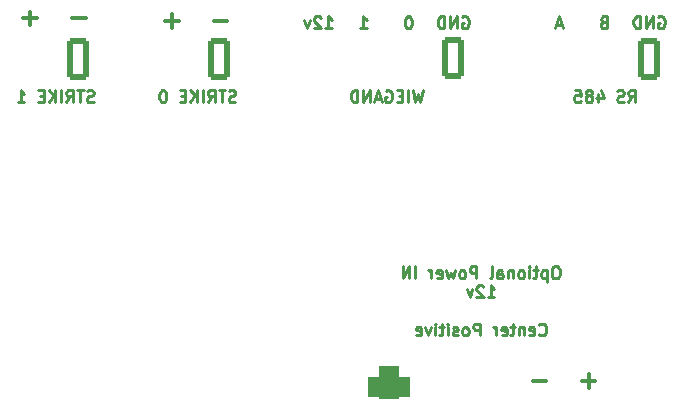
<source format=gbr>
%TF.GenerationSoftware,KiCad,Pcbnew,8.0.5*%
%TF.CreationDate,2024-11-24T08:54:10-05:00*%
%TF.ProjectId,wesp_card_access,77657370-5f63-4617-9264-5f6163636573,rev?*%
%TF.SameCoordinates,Original*%
%TF.FileFunction,Legend,Bot*%
%TF.FilePolarity,Positive*%
%FSLAX46Y46*%
G04 Gerber Fmt 4.6, Leading zero omitted, Abs format (unit mm)*
G04 Created by KiCad (PCBNEW 8.0.5) date 2024-11-24 08:54:10*
%MOMM*%
%LPD*%
G01*
G04 APERTURE LIST*
G04 Aperture macros list*
%AMRoundRect*
0 Rectangle with rounded corners*
0 $1 Rounding radius*
0 $2 $3 $4 $5 $6 $7 $8 $9 X,Y pos of 4 corners*
0 Add a 4 corners polygon primitive as box body*
4,1,4,$2,$3,$4,$5,$6,$7,$8,$9,$2,$3,0*
0 Add four circle primitives for the rounded corners*
1,1,$1+$1,$2,$3*
1,1,$1+$1,$4,$5*
1,1,$1+$1,$6,$7*
1,1,$1+$1,$8,$9*
0 Add four rect primitives between the rounded corners*
20,1,$1+$1,$2,$3,$4,$5,0*
20,1,$1+$1,$4,$5,$6,$7,0*
20,1,$1+$1,$6,$7,$8,$9,0*
20,1,$1+$1,$8,$9,$2,$3,0*%
G04 Aperture macros list end*
%ADD10C,0.250000*%
%ADD11C,0.300000*%
%ADD12RoundRect,0.250000X-0.650000X-1.550000X0.650000X-1.550000X0.650000X1.550000X-0.650000X1.550000X0*%
%ADD13O,1.800000X3.600000*%
%ADD14R,3.500000X3.500000*%
%ADD15RoundRect,0.750000X1.000000X-0.750000X1.000000X0.750000X-1.000000X0.750000X-1.000000X-0.750000X0*%
%ADD16RoundRect,0.875000X0.875000X-0.875000X0.875000X0.875000X-0.875000X0.875000X-0.875000X-0.875000X0*%
%ADD17R,1.700000X1.700000*%
%ADD18O,1.700000X1.700000*%
%ADD19C,6.700000*%
%ADD20RoundRect,0.250000X0.650000X1.550000X-0.650000X1.550000X-0.650000X-1.550000X0.650000X-1.550000X0*%
G04 APERTURE END LIST*
D10*
X149421904Y-80662238D02*
X149517142Y-80614619D01*
X149517142Y-80614619D02*
X149659999Y-80614619D01*
X149659999Y-80614619D02*
X149802856Y-80662238D01*
X149802856Y-80662238D02*
X149898094Y-80757476D01*
X149898094Y-80757476D02*
X149945713Y-80852714D01*
X149945713Y-80852714D02*
X149993332Y-81043190D01*
X149993332Y-81043190D02*
X149993332Y-81186047D01*
X149993332Y-81186047D02*
X149945713Y-81376523D01*
X149945713Y-81376523D02*
X149898094Y-81471761D01*
X149898094Y-81471761D02*
X149802856Y-81567000D01*
X149802856Y-81567000D02*
X149659999Y-81614619D01*
X149659999Y-81614619D02*
X149564761Y-81614619D01*
X149564761Y-81614619D02*
X149421904Y-81567000D01*
X149421904Y-81567000D02*
X149374285Y-81519380D01*
X149374285Y-81519380D02*
X149374285Y-81186047D01*
X149374285Y-81186047D02*
X149564761Y-81186047D01*
X148945713Y-81614619D02*
X148945713Y-80614619D01*
X148945713Y-80614619D02*
X148374285Y-81614619D01*
X148374285Y-81614619D02*
X148374285Y-80614619D01*
X147898094Y-81614619D02*
X147898094Y-80614619D01*
X147898094Y-80614619D02*
X147659999Y-80614619D01*
X147659999Y-80614619D02*
X147517142Y-80662238D01*
X147517142Y-80662238D02*
X147421904Y-80757476D01*
X147421904Y-80757476D02*
X147374285Y-80852714D01*
X147374285Y-80852714D02*
X147326666Y-81043190D01*
X147326666Y-81043190D02*
X147326666Y-81186047D01*
X147326666Y-81186047D02*
X147374285Y-81376523D01*
X147374285Y-81376523D02*
X147421904Y-81471761D01*
X147421904Y-81471761D02*
X147517142Y-81567000D01*
X147517142Y-81567000D02*
X147659999Y-81614619D01*
X147659999Y-81614619D02*
X147898094Y-81614619D01*
X118214285Y-87817000D02*
X118071428Y-87864619D01*
X118071428Y-87864619D02*
X117833333Y-87864619D01*
X117833333Y-87864619D02*
X117738095Y-87817000D01*
X117738095Y-87817000D02*
X117690476Y-87769380D01*
X117690476Y-87769380D02*
X117642857Y-87674142D01*
X117642857Y-87674142D02*
X117642857Y-87578904D01*
X117642857Y-87578904D02*
X117690476Y-87483666D01*
X117690476Y-87483666D02*
X117738095Y-87436047D01*
X117738095Y-87436047D02*
X117833333Y-87388428D01*
X117833333Y-87388428D02*
X118023809Y-87340809D01*
X118023809Y-87340809D02*
X118119047Y-87293190D01*
X118119047Y-87293190D02*
X118166666Y-87245571D01*
X118166666Y-87245571D02*
X118214285Y-87150333D01*
X118214285Y-87150333D02*
X118214285Y-87055095D01*
X118214285Y-87055095D02*
X118166666Y-86959857D01*
X118166666Y-86959857D02*
X118119047Y-86912238D01*
X118119047Y-86912238D02*
X118023809Y-86864619D01*
X118023809Y-86864619D02*
X117785714Y-86864619D01*
X117785714Y-86864619D02*
X117642857Y-86912238D01*
X117357142Y-86864619D02*
X116785714Y-86864619D01*
X117071428Y-87864619D02*
X117071428Y-86864619D01*
X115880952Y-87864619D02*
X116214285Y-87388428D01*
X116452380Y-87864619D02*
X116452380Y-86864619D01*
X116452380Y-86864619D02*
X116071428Y-86864619D01*
X116071428Y-86864619D02*
X115976190Y-86912238D01*
X115976190Y-86912238D02*
X115928571Y-86959857D01*
X115928571Y-86959857D02*
X115880952Y-87055095D01*
X115880952Y-87055095D02*
X115880952Y-87197952D01*
X115880952Y-87197952D02*
X115928571Y-87293190D01*
X115928571Y-87293190D02*
X115976190Y-87340809D01*
X115976190Y-87340809D02*
X116071428Y-87388428D01*
X116071428Y-87388428D02*
X116452380Y-87388428D01*
X115452380Y-87864619D02*
X115452380Y-86864619D01*
X114976190Y-87864619D02*
X114976190Y-86864619D01*
X114404762Y-87864619D02*
X114833333Y-87293190D01*
X114404762Y-86864619D02*
X114976190Y-87436047D01*
X113976190Y-87340809D02*
X113642857Y-87340809D01*
X113500000Y-87864619D02*
X113976190Y-87864619D01*
X113976190Y-87864619D02*
X113976190Y-86864619D01*
X113976190Y-86864619D02*
X113500000Y-86864619D01*
X111785714Y-87864619D02*
X112357142Y-87864619D01*
X112071428Y-87864619D02*
X112071428Y-86864619D01*
X112071428Y-86864619D02*
X112166666Y-87007476D01*
X112166666Y-87007476D02*
X112261904Y-87102714D01*
X112261904Y-87102714D02*
X112357142Y-87150333D01*
X146071427Y-86864619D02*
X145833332Y-87864619D01*
X145833332Y-87864619D02*
X145642856Y-87150333D01*
X145642856Y-87150333D02*
X145452380Y-87864619D01*
X145452380Y-87864619D02*
X145214285Y-86864619D01*
X144833332Y-87864619D02*
X144833332Y-86864619D01*
X144357142Y-87340809D02*
X144023809Y-87340809D01*
X143880952Y-87864619D02*
X144357142Y-87864619D01*
X144357142Y-87864619D02*
X144357142Y-86864619D01*
X144357142Y-86864619D02*
X143880952Y-86864619D01*
X142928571Y-86912238D02*
X143023809Y-86864619D01*
X143023809Y-86864619D02*
X143166666Y-86864619D01*
X143166666Y-86864619D02*
X143309523Y-86912238D01*
X143309523Y-86912238D02*
X143404761Y-87007476D01*
X143404761Y-87007476D02*
X143452380Y-87102714D01*
X143452380Y-87102714D02*
X143499999Y-87293190D01*
X143499999Y-87293190D02*
X143499999Y-87436047D01*
X143499999Y-87436047D02*
X143452380Y-87626523D01*
X143452380Y-87626523D02*
X143404761Y-87721761D01*
X143404761Y-87721761D02*
X143309523Y-87817000D01*
X143309523Y-87817000D02*
X143166666Y-87864619D01*
X143166666Y-87864619D02*
X143071428Y-87864619D01*
X143071428Y-87864619D02*
X142928571Y-87817000D01*
X142928571Y-87817000D02*
X142880952Y-87769380D01*
X142880952Y-87769380D02*
X142880952Y-87436047D01*
X142880952Y-87436047D02*
X143071428Y-87436047D01*
X142499999Y-87578904D02*
X142023809Y-87578904D01*
X142595237Y-87864619D02*
X142261904Y-86864619D01*
X142261904Y-86864619D02*
X141928571Y-87864619D01*
X141595237Y-87864619D02*
X141595237Y-86864619D01*
X141595237Y-86864619D02*
X141023809Y-87864619D01*
X141023809Y-87864619D02*
X141023809Y-86864619D01*
X140547618Y-87864619D02*
X140547618Y-86864619D01*
X140547618Y-86864619D02*
X140309523Y-86864619D01*
X140309523Y-86864619D02*
X140166666Y-86912238D01*
X140166666Y-86912238D02*
X140071428Y-87007476D01*
X140071428Y-87007476D02*
X140023809Y-87102714D01*
X140023809Y-87102714D02*
X139976190Y-87293190D01*
X139976190Y-87293190D02*
X139976190Y-87436047D01*
X139976190Y-87436047D02*
X140023809Y-87626523D01*
X140023809Y-87626523D02*
X140071428Y-87721761D01*
X140071428Y-87721761D02*
X140166666Y-87817000D01*
X140166666Y-87817000D02*
X140309523Y-87864619D01*
X140309523Y-87864619D02*
X140547618Y-87864619D01*
X166011904Y-80662238D02*
X166107142Y-80614619D01*
X166107142Y-80614619D02*
X166249999Y-80614619D01*
X166249999Y-80614619D02*
X166392856Y-80662238D01*
X166392856Y-80662238D02*
X166488094Y-80757476D01*
X166488094Y-80757476D02*
X166535713Y-80852714D01*
X166535713Y-80852714D02*
X166583332Y-81043190D01*
X166583332Y-81043190D02*
X166583332Y-81186047D01*
X166583332Y-81186047D02*
X166535713Y-81376523D01*
X166535713Y-81376523D02*
X166488094Y-81471761D01*
X166488094Y-81471761D02*
X166392856Y-81567000D01*
X166392856Y-81567000D02*
X166249999Y-81614619D01*
X166249999Y-81614619D02*
X166154761Y-81614619D01*
X166154761Y-81614619D02*
X166011904Y-81567000D01*
X166011904Y-81567000D02*
X165964285Y-81519380D01*
X165964285Y-81519380D02*
X165964285Y-81186047D01*
X165964285Y-81186047D02*
X166154761Y-81186047D01*
X165535713Y-81614619D02*
X165535713Y-80614619D01*
X165535713Y-80614619D02*
X164964285Y-81614619D01*
X164964285Y-81614619D02*
X164964285Y-80614619D01*
X164488094Y-81614619D02*
X164488094Y-80614619D01*
X164488094Y-80614619D02*
X164249999Y-80614619D01*
X164249999Y-80614619D02*
X164107142Y-80662238D01*
X164107142Y-80662238D02*
X164011904Y-80757476D01*
X164011904Y-80757476D02*
X163964285Y-80852714D01*
X163964285Y-80852714D02*
X163916666Y-81043190D01*
X163916666Y-81043190D02*
X163916666Y-81186047D01*
X163916666Y-81186047D02*
X163964285Y-81376523D01*
X163964285Y-81376523D02*
X164011904Y-81471761D01*
X164011904Y-81471761D02*
X164107142Y-81567000D01*
X164107142Y-81567000D02*
X164249999Y-81614619D01*
X164249999Y-81614619D02*
X164488094Y-81614619D01*
X161368571Y-81090809D02*
X161225714Y-81138428D01*
X161225714Y-81138428D02*
X161178095Y-81186047D01*
X161178095Y-81186047D02*
X161130476Y-81281285D01*
X161130476Y-81281285D02*
X161130476Y-81424142D01*
X161130476Y-81424142D02*
X161178095Y-81519380D01*
X161178095Y-81519380D02*
X161225714Y-81567000D01*
X161225714Y-81567000D02*
X161320952Y-81614619D01*
X161320952Y-81614619D02*
X161701904Y-81614619D01*
X161701904Y-81614619D02*
X161701904Y-80614619D01*
X161701904Y-80614619D02*
X161368571Y-80614619D01*
X161368571Y-80614619D02*
X161273333Y-80662238D01*
X161273333Y-80662238D02*
X161225714Y-80709857D01*
X161225714Y-80709857D02*
X161178095Y-80805095D01*
X161178095Y-80805095D02*
X161178095Y-80900333D01*
X161178095Y-80900333D02*
X161225714Y-80995571D01*
X161225714Y-80995571D02*
X161273333Y-81043190D01*
X161273333Y-81043190D02*
X161368571Y-81090809D01*
X161368571Y-81090809D02*
X161701904Y-81090809D01*
X144897618Y-80614619D02*
X144802380Y-80614619D01*
X144802380Y-80614619D02*
X144707142Y-80662238D01*
X144707142Y-80662238D02*
X144659523Y-80709857D01*
X144659523Y-80709857D02*
X144611904Y-80805095D01*
X144611904Y-80805095D02*
X144564285Y-80995571D01*
X144564285Y-80995571D02*
X144564285Y-81233666D01*
X144564285Y-81233666D02*
X144611904Y-81424142D01*
X144611904Y-81424142D02*
X144659523Y-81519380D01*
X144659523Y-81519380D02*
X144707142Y-81567000D01*
X144707142Y-81567000D02*
X144802380Y-81614619D01*
X144802380Y-81614619D02*
X144897618Y-81614619D01*
X144897618Y-81614619D02*
X144992856Y-81567000D01*
X144992856Y-81567000D02*
X145040475Y-81519380D01*
X145040475Y-81519380D02*
X145088094Y-81424142D01*
X145088094Y-81424142D02*
X145135713Y-81233666D01*
X145135713Y-81233666D02*
X145135713Y-80995571D01*
X145135713Y-80995571D02*
X145088094Y-80805095D01*
X145088094Y-80805095D02*
X145040475Y-80709857D01*
X145040475Y-80709857D02*
X144992856Y-80662238D01*
X144992856Y-80662238D02*
X144897618Y-80614619D01*
D11*
X124254510Y-81020600D02*
X125397368Y-81020600D01*
X124825939Y-80449171D02*
X124825939Y-81592028D01*
X128397367Y-81020600D02*
X129540225Y-81020600D01*
D10*
X137801428Y-81614619D02*
X138372856Y-81614619D01*
X138087142Y-81614619D02*
X138087142Y-80614619D01*
X138087142Y-80614619D02*
X138182380Y-80757476D01*
X138182380Y-80757476D02*
X138277618Y-80852714D01*
X138277618Y-80852714D02*
X138372856Y-80900333D01*
X137420475Y-80709857D02*
X137372856Y-80662238D01*
X137372856Y-80662238D02*
X137277618Y-80614619D01*
X137277618Y-80614619D02*
X137039523Y-80614619D01*
X137039523Y-80614619D02*
X136944285Y-80662238D01*
X136944285Y-80662238D02*
X136896666Y-80709857D01*
X136896666Y-80709857D02*
X136849047Y-80805095D01*
X136849047Y-80805095D02*
X136849047Y-80900333D01*
X136849047Y-80900333D02*
X136896666Y-81043190D01*
X136896666Y-81043190D02*
X137468094Y-81614619D01*
X137468094Y-81614619D02*
X136849047Y-81614619D01*
X136515713Y-80947952D02*
X136277618Y-81614619D01*
X136277618Y-81614619D02*
X136039523Y-80947952D01*
X130214285Y-87817000D02*
X130071428Y-87864619D01*
X130071428Y-87864619D02*
X129833333Y-87864619D01*
X129833333Y-87864619D02*
X129738095Y-87817000D01*
X129738095Y-87817000D02*
X129690476Y-87769380D01*
X129690476Y-87769380D02*
X129642857Y-87674142D01*
X129642857Y-87674142D02*
X129642857Y-87578904D01*
X129642857Y-87578904D02*
X129690476Y-87483666D01*
X129690476Y-87483666D02*
X129738095Y-87436047D01*
X129738095Y-87436047D02*
X129833333Y-87388428D01*
X129833333Y-87388428D02*
X130023809Y-87340809D01*
X130023809Y-87340809D02*
X130119047Y-87293190D01*
X130119047Y-87293190D02*
X130166666Y-87245571D01*
X130166666Y-87245571D02*
X130214285Y-87150333D01*
X130214285Y-87150333D02*
X130214285Y-87055095D01*
X130214285Y-87055095D02*
X130166666Y-86959857D01*
X130166666Y-86959857D02*
X130119047Y-86912238D01*
X130119047Y-86912238D02*
X130023809Y-86864619D01*
X130023809Y-86864619D02*
X129785714Y-86864619D01*
X129785714Y-86864619D02*
X129642857Y-86912238D01*
X129357142Y-86864619D02*
X128785714Y-86864619D01*
X129071428Y-87864619D02*
X129071428Y-86864619D01*
X127880952Y-87864619D02*
X128214285Y-87388428D01*
X128452380Y-87864619D02*
X128452380Y-86864619D01*
X128452380Y-86864619D02*
X128071428Y-86864619D01*
X128071428Y-86864619D02*
X127976190Y-86912238D01*
X127976190Y-86912238D02*
X127928571Y-86959857D01*
X127928571Y-86959857D02*
X127880952Y-87055095D01*
X127880952Y-87055095D02*
X127880952Y-87197952D01*
X127880952Y-87197952D02*
X127928571Y-87293190D01*
X127928571Y-87293190D02*
X127976190Y-87340809D01*
X127976190Y-87340809D02*
X128071428Y-87388428D01*
X128071428Y-87388428D02*
X128452380Y-87388428D01*
X127452380Y-87864619D02*
X127452380Y-86864619D01*
X126976190Y-87864619D02*
X126976190Y-86864619D01*
X126404762Y-87864619D02*
X126833333Y-87293190D01*
X126404762Y-86864619D02*
X126976190Y-87436047D01*
X125976190Y-87340809D02*
X125642857Y-87340809D01*
X125500000Y-87864619D02*
X125976190Y-87864619D01*
X125976190Y-87864619D02*
X125976190Y-86864619D01*
X125976190Y-86864619D02*
X125500000Y-86864619D01*
X124119047Y-86864619D02*
X124023809Y-86864619D01*
X124023809Y-86864619D02*
X123928571Y-86912238D01*
X123928571Y-86912238D02*
X123880952Y-86959857D01*
X123880952Y-86959857D02*
X123833333Y-87055095D01*
X123833333Y-87055095D02*
X123785714Y-87245571D01*
X123785714Y-87245571D02*
X123785714Y-87483666D01*
X123785714Y-87483666D02*
X123833333Y-87674142D01*
X123833333Y-87674142D02*
X123880952Y-87769380D01*
X123880952Y-87769380D02*
X123928571Y-87817000D01*
X123928571Y-87817000D02*
X124023809Y-87864619D01*
X124023809Y-87864619D02*
X124119047Y-87864619D01*
X124119047Y-87864619D02*
X124214285Y-87817000D01*
X124214285Y-87817000D02*
X124261904Y-87769380D01*
X124261904Y-87769380D02*
X124309523Y-87674142D01*
X124309523Y-87674142D02*
X124357142Y-87483666D01*
X124357142Y-87483666D02*
X124357142Y-87245571D01*
X124357142Y-87245571D02*
X124309523Y-87055095D01*
X124309523Y-87055095D02*
X124261904Y-86959857D01*
X124261904Y-86959857D02*
X124214285Y-86912238D01*
X124214285Y-86912238D02*
X124119047Y-86864619D01*
X157868094Y-81328904D02*
X157391904Y-81328904D01*
X157963332Y-81614619D02*
X157629999Y-80614619D01*
X157629999Y-80614619D02*
X157296666Y-81614619D01*
X157428571Y-101784787D02*
X157238095Y-101784787D01*
X157238095Y-101784787D02*
X157142857Y-101832406D01*
X157142857Y-101832406D02*
X157047619Y-101927644D01*
X157047619Y-101927644D02*
X157000000Y-102118120D01*
X157000000Y-102118120D02*
X157000000Y-102451453D01*
X157000000Y-102451453D02*
X157047619Y-102641929D01*
X157047619Y-102641929D02*
X157142857Y-102737168D01*
X157142857Y-102737168D02*
X157238095Y-102784787D01*
X157238095Y-102784787D02*
X157428571Y-102784787D01*
X157428571Y-102784787D02*
X157523809Y-102737168D01*
X157523809Y-102737168D02*
X157619047Y-102641929D01*
X157619047Y-102641929D02*
X157666666Y-102451453D01*
X157666666Y-102451453D02*
X157666666Y-102118120D01*
X157666666Y-102118120D02*
X157619047Y-101927644D01*
X157619047Y-101927644D02*
X157523809Y-101832406D01*
X157523809Y-101832406D02*
X157428571Y-101784787D01*
X156571428Y-102118120D02*
X156571428Y-103118120D01*
X156571428Y-102165739D02*
X156476190Y-102118120D01*
X156476190Y-102118120D02*
X156285714Y-102118120D01*
X156285714Y-102118120D02*
X156190476Y-102165739D01*
X156190476Y-102165739D02*
X156142857Y-102213358D01*
X156142857Y-102213358D02*
X156095238Y-102308596D01*
X156095238Y-102308596D02*
X156095238Y-102594310D01*
X156095238Y-102594310D02*
X156142857Y-102689548D01*
X156142857Y-102689548D02*
X156190476Y-102737168D01*
X156190476Y-102737168D02*
X156285714Y-102784787D01*
X156285714Y-102784787D02*
X156476190Y-102784787D01*
X156476190Y-102784787D02*
X156571428Y-102737168D01*
X155809523Y-102118120D02*
X155428571Y-102118120D01*
X155666666Y-101784787D02*
X155666666Y-102641929D01*
X155666666Y-102641929D02*
X155619047Y-102737168D01*
X155619047Y-102737168D02*
X155523809Y-102784787D01*
X155523809Y-102784787D02*
X155428571Y-102784787D01*
X155095237Y-102784787D02*
X155095237Y-102118120D01*
X155095237Y-101784787D02*
X155142856Y-101832406D01*
X155142856Y-101832406D02*
X155095237Y-101880025D01*
X155095237Y-101880025D02*
X155047618Y-101832406D01*
X155047618Y-101832406D02*
X155095237Y-101784787D01*
X155095237Y-101784787D02*
X155095237Y-101880025D01*
X154476190Y-102784787D02*
X154571428Y-102737168D01*
X154571428Y-102737168D02*
X154619047Y-102689548D01*
X154619047Y-102689548D02*
X154666666Y-102594310D01*
X154666666Y-102594310D02*
X154666666Y-102308596D01*
X154666666Y-102308596D02*
X154619047Y-102213358D01*
X154619047Y-102213358D02*
X154571428Y-102165739D01*
X154571428Y-102165739D02*
X154476190Y-102118120D01*
X154476190Y-102118120D02*
X154333333Y-102118120D01*
X154333333Y-102118120D02*
X154238095Y-102165739D01*
X154238095Y-102165739D02*
X154190476Y-102213358D01*
X154190476Y-102213358D02*
X154142857Y-102308596D01*
X154142857Y-102308596D02*
X154142857Y-102594310D01*
X154142857Y-102594310D02*
X154190476Y-102689548D01*
X154190476Y-102689548D02*
X154238095Y-102737168D01*
X154238095Y-102737168D02*
X154333333Y-102784787D01*
X154333333Y-102784787D02*
X154476190Y-102784787D01*
X153714285Y-102118120D02*
X153714285Y-102784787D01*
X153714285Y-102213358D02*
X153666666Y-102165739D01*
X153666666Y-102165739D02*
X153571428Y-102118120D01*
X153571428Y-102118120D02*
X153428571Y-102118120D01*
X153428571Y-102118120D02*
X153333333Y-102165739D01*
X153333333Y-102165739D02*
X153285714Y-102260977D01*
X153285714Y-102260977D02*
X153285714Y-102784787D01*
X152380952Y-102784787D02*
X152380952Y-102260977D01*
X152380952Y-102260977D02*
X152428571Y-102165739D01*
X152428571Y-102165739D02*
X152523809Y-102118120D01*
X152523809Y-102118120D02*
X152714285Y-102118120D01*
X152714285Y-102118120D02*
X152809523Y-102165739D01*
X152380952Y-102737168D02*
X152476190Y-102784787D01*
X152476190Y-102784787D02*
X152714285Y-102784787D01*
X152714285Y-102784787D02*
X152809523Y-102737168D01*
X152809523Y-102737168D02*
X152857142Y-102641929D01*
X152857142Y-102641929D02*
X152857142Y-102546691D01*
X152857142Y-102546691D02*
X152809523Y-102451453D01*
X152809523Y-102451453D02*
X152714285Y-102403834D01*
X152714285Y-102403834D02*
X152476190Y-102403834D01*
X152476190Y-102403834D02*
X152380952Y-102356215D01*
X151761904Y-102784787D02*
X151857142Y-102737168D01*
X151857142Y-102737168D02*
X151904761Y-102641929D01*
X151904761Y-102641929D02*
X151904761Y-101784787D01*
X150619046Y-102784787D02*
X150619046Y-101784787D01*
X150619046Y-101784787D02*
X150238094Y-101784787D01*
X150238094Y-101784787D02*
X150142856Y-101832406D01*
X150142856Y-101832406D02*
X150095237Y-101880025D01*
X150095237Y-101880025D02*
X150047618Y-101975263D01*
X150047618Y-101975263D02*
X150047618Y-102118120D01*
X150047618Y-102118120D02*
X150095237Y-102213358D01*
X150095237Y-102213358D02*
X150142856Y-102260977D01*
X150142856Y-102260977D02*
X150238094Y-102308596D01*
X150238094Y-102308596D02*
X150619046Y-102308596D01*
X149476189Y-102784787D02*
X149571427Y-102737168D01*
X149571427Y-102737168D02*
X149619046Y-102689548D01*
X149619046Y-102689548D02*
X149666665Y-102594310D01*
X149666665Y-102594310D02*
X149666665Y-102308596D01*
X149666665Y-102308596D02*
X149619046Y-102213358D01*
X149619046Y-102213358D02*
X149571427Y-102165739D01*
X149571427Y-102165739D02*
X149476189Y-102118120D01*
X149476189Y-102118120D02*
X149333332Y-102118120D01*
X149333332Y-102118120D02*
X149238094Y-102165739D01*
X149238094Y-102165739D02*
X149190475Y-102213358D01*
X149190475Y-102213358D02*
X149142856Y-102308596D01*
X149142856Y-102308596D02*
X149142856Y-102594310D01*
X149142856Y-102594310D02*
X149190475Y-102689548D01*
X149190475Y-102689548D02*
X149238094Y-102737168D01*
X149238094Y-102737168D02*
X149333332Y-102784787D01*
X149333332Y-102784787D02*
X149476189Y-102784787D01*
X148809522Y-102118120D02*
X148619046Y-102784787D01*
X148619046Y-102784787D02*
X148428570Y-102308596D01*
X148428570Y-102308596D02*
X148238094Y-102784787D01*
X148238094Y-102784787D02*
X148047618Y-102118120D01*
X147285713Y-102737168D02*
X147380951Y-102784787D01*
X147380951Y-102784787D02*
X147571427Y-102784787D01*
X147571427Y-102784787D02*
X147666665Y-102737168D01*
X147666665Y-102737168D02*
X147714284Y-102641929D01*
X147714284Y-102641929D02*
X147714284Y-102260977D01*
X147714284Y-102260977D02*
X147666665Y-102165739D01*
X147666665Y-102165739D02*
X147571427Y-102118120D01*
X147571427Y-102118120D02*
X147380951Y-102118120D01*
X147380951Y-102118120D02*
X147285713Y-102165739D01*
X147285713Y-102165739D02*
X147238094Y-102260977D01*
X147238094Y-102260977D02*
X147238094Y-102356215D01*
X147238094Y-102356215D02*
X147714284Y-102451453D01*
X146809522Y-102784787D02*
X146809522Y-102118120D01*
X146809522Y-102308596D02*
X146761903Y-102213358D01*
X146761903Y-102213358D02*
X146714284Y-102165739D01*
X146714284Y-102165739D02*
X146619046Y-102118120D01*
X146619046Y-102118120D02*
X146523808Y-102118120D01*
X145428569Y-102784787D02*
X145428569Y-101784787D01*
X144952379Y-102784787D02*
X144952379Y-101784787D01*
X144952379Y-101784787D02*
X144380951Y-102784787D01*
X144380951Y-102784787D02*
X144380951Y-101784787D01*
X151571428Y-104394731D02*
X152142856Y-104394731D01*
X151857142Y-104394731D02*
X151857142Y-103394731D01*
X151857142Y-103394731D02*
X151952380Y-103537588D01*
X151952380Y-103537588D02*
X152047618Y-103632826D01*
X152047618Y-103632826D02*
X152142856Y-103680445D01*
X151190475Y-103489969D02*
X151142856Y-103442350D01*
X151142856Y-103442350D02*
X151047618Y-103394731D01*
X151047618Y-103394731D02*
X150809523Y-103394731D01*
X150809523Y-103394731D02*
X150714285Y-103442350D01*
X150714285Y-103442350D02*
X150666666Y-103489969D01*
X150666666Y-103489969D02*
X150619047Y-103585207D01*
X150619047Y-103585207D02*
X150619047Y-103680445D01*
X150619047Y-103680445D02*
X150666666Y-103823302D01*
X150666666Y-103823302D02*
X151238094Y-104394731D01*
X151238094Y-104394731D02*
X150619047Y-104394731D01*
X150285713Y-103728064D02*
X150047618Y-104394731D01*
X150047618Y-104394731D02*
X149809523Y-103728064D01*
X155904762Y-107519380D02*
X155952381Y-107567000D01*
X155952381Y-107567000D02*
X156095238Y-107614619D01*
X156095238Y-107614619D02*
X156190476Y-107614619D01*
X156190476Y-107614619D02*
X156333333Y-107567000D01*
X156333333Y-107567000D02*
X156428571Y-107471761D01*
X156428571Y-107471761D02*
X156476190Y-107376523D01*
X156476190Y-107376523D02*
X156523809Y-107186047D01*
X156523809Y-107186047D02*
X156523809Y-107043190D01*
X156523809Y-107043190D02*
X156476190Y-106852714D01*
X156476190Y-106852714D02*
X156428571Y-106757476D01*
X156428571Y-106757476D02*
X156333333Y-106662238D01*
X156333333Y-106662238D02*
X156190476Y-106614619D01*
X156190476Y-106614619D02*
X156095238Y-106614619D01*
X156095238Y-106614619D02*
X155952381Y-106662238D01*
X155952381Y-106662238D02*
X155904762Y-106709857D01*
X155095238Y-107567000D02*
X155190476Y-107614619D01*
X155190476Y-107614619D02*
X155380952Y-107614619D01*
X155380952Y-107614619D02*
X155476190Y-107567000D01*
X155476190Y-107567000D02*
X155523809Y-107471761D01*
X155523809Y-107471761D02*
X155523809Y-107090809D01*
X155523809Y-107090809D02*
X155476190Y-106995571D01*
X155476190Y-106995571D02*
X155380952Y-106947952D01*
X155380952Y-106947952D02*
X155190476Y-106947952D01*
X155190476Y-106947952D02*
X155095238Y-106995571D01*
X155095238Y-106995571D02*
X155047619Y-107090809D01*
X155047619Y-107090809D02*
X155047619Y-107186047D01*
X155047619Y-107186047D02*
X155523809Y-107281285D01*
X154619047Y-106947952D02*
X154619047Y-107614619D01*
X154619047Y-107043190D02*
X154571428Y-106995571D01*
X154571428Y-106995571D02*
X154476190Y-106947952D01*
X154476190Y-106947952D02*
X154333333Y-106947952D01*
X154333333Y-106947952D02*
X154238095Y-106995571D01*
X154238095Y-106995571D02*
X154190476Y-107090809D01*
X154190476Y-107090809D02*
X154190476Y-107614619D01*
X153857142Y-106947952D02*
X153476190Y-106947952D01*
X153714285Y-106614619D02*
X153714285Y-107471761D01*
X153714285Y-107471761D02*
X153666666Y-107567000D01*
X153666666Y-107567000D02*
X153571428Y-107614619D01*
X153571428Y-107614619D02*
X153476190Y-107614619D01*
X152761904Y-107567000D02*
X152857142Y-107614619D01*
X152857142Y-107614619D02*
X153047618Y-107614619D01*
X153047618Y-107614619D02*
X153142856Y-107567000D01*
X153142856Y-107567000D02*
X153190475Y-107471761D01*
X153190475Y-107471761D02*
X153190475Y-107090809D01*
X153190475Y-107090809D02*
X153142856Y-106995571D01*
X153142856Y-106995571D02*
X153047618Y-106947952D01*
X153047618Y-106947952D02*
X152857142Y-106947952D01*
X152857142Y-106947952D02*
X152761904Y-106995571D01*
X152761904Y-106995571D02*
X152714285Y-107090809D01*
X152714285Y-107090809D02*
X152714285Y-107186047D01*
X152714285Y-107186047D02*
X153190475Y-107281285D01*
X152285713Y-107614619D02*
X152285713Y-106947952D01*
X152285713Y-107138428D02*
X152238094Y-107043190D01*
X152238094Y-107043190D02*
X152190475Y-106995571D01*
X152190475Y-106995571D02*
X152095237Y-106947952D01*
X152095237Y-106947952D02*
X151999999Y-106947952D01*
X150904760Y-107614619D02*
X150904760Y-106614619D01*
X150904760Y-106614619D02*
X150523808Y-106614619D01*
X150523808Y-106614619D02*
X150428570Y-106662238D01*
X150428570Y-106662238D02*
X150380951Y-106709857D01*
X150380951Y-106709857D02*
X150333332Y-106805095D01*
X150333332Y-106805095D02*
X150333332Y-106947952D01*
X150333332Y-106947952D02*
X150380951Y-107043190D01*
X150380951Y-107043190D02*
X150428570Y-107090809D01*
X150428570Y-107090809D02*
X150523808Y-107138428D01*
X150523808Y-107138428D02*
X150904760Y-107138428D01*
X149761903Y-107614619D02*
X149857141Y-107567000D01*
X149857141Y-107567000D02*
X149904760Y-107519380D01*
X149904760Y-107519380D02*
X149952379Y-107424142D01*
X149952379Y-107424142D02*
X149952379Y-107138428D01*
X149952379Y-107138428D02*
X149904760Y-107043190D01*
X149904760Y-107043190D02*
X149857141Y-106995571D01*
X149857141Y-106995571D02*
X149761903Y-106947952D01*
X149761903Y-106947952D02*
X149619046Y-106947952D01*
X149619046Y-106947952D02*
X149523808Y-106995571D01*
X149523808Y-106995571D02*
X149476189Y-107043190D01*
X149476189Y-107043190D02*
X149428570Y-107138428D01*
X149428570Y-107138428D02*
X149428570Y-107424142D01*
X149428570Y-107424142D02*
X149476189Y-107519380D01*
X149476189Y-107519380D02*
X149523808Y-107567000D01*
X149523808Y-107567000D02*
X149619046Y-107614619D01*
X149619046Y-107614619D02*
X149761903Y-107614619D01*
X149047617Y-107567000D02*
X148952379Y-107614619D01*
X148952379Y-107614619D02*
X148761903Y-107614619D01*
X148761903Y-107614619D02*
X148666665Y-107567000D01*
X148666665Y-107567000D02*
X148619046Y-107471761D01*
X148619046Y-107471761D02*
X148619046Y-107424142D01*
X148619046Y-107424142D02*
X148666665Y-107328904D01*
X148666665Y-107328904D02*
X148761903Y-107281285D01*
X148761903Y-107281285D02*
X148904760Y-107281285D01*
X148904760Y-107281285D02*
X148999998Y-107233666D01*
X148999998Y-107233666D02*
X149047617Y-107138428D01*
X149047617Y-107138428D02*
X149047617Y-107090809D01*
X149047617Y-107090809D02*
X148999998Y-106995571D01*
X148999998Y-106995571D02*
X148904760Y-106947952D01*
X148904760Y-106947952D02*
X148761903Y-106947952D01*
X148761903Y-106947952D02*
X148666665Y-106995571D01*
X148190474Y-107614619D02*
X148190474Y-106947952D01*
X148190474Y-106614619D02*
X148238093Y-106662238D01*
X148238093Y-106662238D02*
X148190474Y-106709857D01*
X148190474Y-106709857D02*
X148142855Y-106662238D01*
X148142855Y-106662238D02*
X148190474Y-106614619D01*
X148190474Y-106614619D02*
X148190474Y-106709857D01*
X147857141Y-106947952D02*
X147476189Y-106947952D01*
X147714284Y-106614619D02*
X147714284Y-107471761D01*
X147714284Y-107471761D02*
X147666665Y-107567000D01*
X147666665Y-107567000D02*
X147571427Y-107614619D01*
X147571427Y-107614619D02*
X147476189Y-107614619D01*
X147142855Y-107614619D02*
X147142855Y-106947952D01*
X147142855Y-106614619D02*
X147190474Y-106662238D01*
X147190474Y-106662238D02*
X147142855Y-106709857D01*
X147142855Y-106709857D02*
X147095236Y-106662238D01*
X147095236Y-106662238D02*
X147142855Y-106614619D01*
X147142855Y-106614619D02*
X147142855Y-106709857D01*
X146761903Y-106947952D02*
X146523808Y-107614619D01*
X146523808Y-107614619D02*
X146285713Y-106947952D01*
X145523808Y-107567000D02*
X145619046Y-107614619D01*
X145619046Y-107614619D02*
X145809522Y-107614619D01*
X145809522Y-107614619D02*
X145904760Y-107567000D01*
X145904760Y-107567000D02*
X145952379Y-107471761D01*
X145952379Y-107471761D02*
X145952379Y-107090809D01*
X145952379Y-107090809D02*
X145904760Y-106995571D01*
X145904760Y-106995571D02*
X145809522Y-106947952D01*
X145809522Y-106947952D02*
X145619046Y-106947952D01*
X145619046Y-106947952D02*
X145523808Y-106995571D01*
X145523808Y-106995571D02*
X145476189Y-107090809D01*
X145476189Y-107090809D02*
X145476189Y-107186047D01*
X145476189Y-107186047D02*
X145952379Y-107281285D01*
D11*
X160695489Y-111479400D02*
X159552632Y-111479400D01*
X160124060Y-112050828D02*
X160124060Y-110907971D01*
X156552632Y-111479400D02*
X155409775Y-111479400D01*
X112254510Y-80770600D02*
X113397368Y-80770600D01*
X112825939Y-80199171D02*
X112825939Y-81342028D01*
X116397367Y-80770600D02*
X117540225Y-80770600D01*
D10*
X163476190Y-87864619D02*
X163809523Y-87388428D01*
X164047618Y-87864619D02*
X164047618Y-86864619D01*
X164047618Y-86864619D02*
X163666666Y-86864619D01*
X163666666Y-86864619D02*
X163571428Y-86912238D01*
X163571428Y-86912238D02*
X163523809Y-86959857D01*
X163523809Y-86959857D02*
X163476190Y-87055095D01*
X163476190Y-87055095D02*
X163476190Y-87197952D01*
X163476190Y-87197952D02*
X163523809Y-87293190D01*
X163523809Y-87293190D02*
X163571428Y-87340809D01*
X163571428Y-87340809D02*
X163666666Y-87388428D01*
X163666666Y-87388428D02*
X164047618Y-87388428D01*
X163095237Y-87817000D02*
X162952380Y-87864619D01*
X162952380Y-87864619D02*
X162714285Y-87864619D01*
X162714285Y-87864619D02*
X162619047Y-87817000D01*
X162619047Y-87817000D02*
X162571428Y-87769380D01*
X162571428Y-87769380D02*
X162523809Y-87674142D01*
X162523809Y-87674142D02*
X162523809Y-87578904D01*
X162523809Y-87578904D02*
X162571428Y-87483666D01*
X162571428Y-87483666D02*
X162619047Y-87436047D01*
X162619047Y-87436047D02*
X162714285Y-87388428D01*
X162714285Y-87388428D02*
X162904761Y-87340809D01*
X162904761Y-87340809D02*
X162999999Y-87293190D01*
X162999999Y-87293190D02*
X163047618Y-87245571D01*
X163047618Y-87245571D02*
X163095237Y-87150333D01*
X163095237Y-87150333D02*
X163095237Y-87055095D01*
X163095237Y-87055095D02*
X163047618Y-86959857D01*
X163047618Y-86959857D02*
X162999999Y-86912238D01*
X162999999Y-86912238D02*
X162904761Y-86864619D01*
X162904761Y-86864619D02*
X162666666Y-86864619D01*
X162666666Y-86864619D02*
X162523809Y-86912238D01*
X160904761Y-87197952D02*
X160904761Y-87864619D01*
X161142856Y-86817000D02*
X161380951Y-87531285D01*
X161380951Y-87531285D02*
X160761904Y-87531285D01*
X160238094Y-87293190D02*
X160333332Y-87245571D01*
X160333332Y-87245571D02*
X160380951Y-87197952D01*
X160380951Y-87197952D02*
X160428570Y-87102714D01*
X160428570Y-87102714D02*
X160428570Y-87055095D01*
X160428570Y-87055095D02*
X160380951Y-86959857D01*
X160380951Y-86959857D02*
X160333332Y-86912238D01*
X160333332Y-86912238D02*
X160238094Y-86864619D01*
X160238094Y-86864619D02*
X160047618Y-86864619D01*
X160047618Y-86864619D02*
X159952380Y-86912238D01*
X159952380Y-86912238D02*
X159904761Y-86959857D01*
X159904761Y-86959857D02*
X159857142Y-87055095D01*
X159857142Y-87055095D02*
X159857142Y-87102714D01*
X159857142Y-87102714D02*
X159904761Y-87197952D01*
X159904761Y-87197952D02*
X159952380Y-87245571D01*
X159952380Y-87245571D02*
X160047618Y-87293190D01*
X160047618Y-87293190D02*
X160238094Y-87293190D01*
X160238094Y-87293190D02*
X160333332Y-87340809D01*
X160333332Y-87340809D02*
X160380951Y-87388428D01*
X160380951Y-87388428D02*
X160428570Y-87483666D01*
X160428570Y-87483666D02*
X160428570Y-87674142D01*
X160428570Y-87674142D02*
X160380951Y-87769380D01*
X160380951Y-87769380D02*
X160333332Y-87817000D01*
X160333332Y-87817000D02*
X160238094Y-87864619D01*
X160238094Y-87864619D02*
X160047618Y-87864619D01*
X160047618Y-87864619D02*
X159952380Y-87817000D01*
X159952380Y-87817000D02*
X159904761Y-87769380D01*
X159904761Y-87769380D02*
X159857142Y-87674142D01*
X159857142Y-87674142D02*
X159857142Y-87483666D01*
X159857142Y-87483666D02*
X159904761Y-87388428D01*
X159904761Y-87388428D02*
X159952380Y-87340809D01*
X159952380Y-87340809D02*
X160047618Y-87293190D01*
X158952380Y-86864619D02*
X159428570Y-86864619D01*
X159428570Y-86864619D02*
X159476189Y-87340809D01*
X159476189Y-87340809D02*
X159428570Y-87293190D01*
X159428570Y-87293190D02*
X159333332Y-87245571D01*
X159333332Y-87245571D02*
X159095237Y-87245571D01*
X159095237Y-87245571D02*
X158999999Y-87293190D01*
X158999999Y-87293190D02*
X158952380Y-87340809D01*
X158952380Y-87340809D02*
X158904761Y-87436047D01*
X158904761Y-87436047D02*
X158904761Y-87674142D01*
X158904761Y-87674142D02*
X158952380Y-87769380D01*
X158952380Y-87769380D02*
X158999999Y-87817000D01*
X158999999Y-87817000D02*
X159095237Y-87864619D01*
X159095237Y-87864619D02*
X159333332Y-87864619D01*
X159333332Y-87864619D02*
X159428570Y-87817000D01*
X159428570Y-87817000D02*
X159476189Y-87769380D01*
X140754285Y-81614619D02*
X141325713Y-81614619D01*
X141039999Y-81614619D02*
X141039999Y-80614619D01*
X141039999Y-80614619D02*
X141135237Y-80757476D01*
X141135237Y-80757476D02*
X141230475Y-80852714D01*
X141230475Y-80852714D02*
X141325713Y-80900333D01*
%LPC*%
D12*
%TO.C,J2*%
X156150000Y-114817500D03*
D13*
X159960000Y-114817500D03*
%TD*%
D14*
%TO.C,J6*%
X138542500Y-109000000D03*
D15*
X138542500Y-115000000D03*
D16*
X143242500Y-112000000D03*
%TD*%
D17*
%TO.C,U1*%
X174770000Y-110817500D03*
D18*
X172230000Y-110817500D03*
X174770000Y-108277500D03*
X172230000Y-108277500D03*
X174770000Y-105737500D03*
X172230000Y-105737500D03*
X174770000Y-103197500D03*
X172230000Y-103197500D03*
X174770000Y-100657500D03*
X172230000Y-100657500D03*
X174770000Y-98117500D03*
X172230000Y-98117500D03*
X174770000Y-95577500D03*
X172230000Y-95577500D03*
X174770000Y-93037500D03*
X172230000Y-93037500D03*
X174770000Y-90497500D03*
X172230000Y-90497500D03*
X174770000Y-87957500D03*
X172230000Y-87957500D03*
D19*
X105000000Y-82887500D03*
X105000000Y-115887500D03*
X173000000Y-82887500D03*
X173000000Y-115887500D03*
%TD*%
D20*
%TO.C,J5*%
X116850000Y-84182500D03*
D13*
X113040000Y-84182500D03*
%TD*%
D20*
%TO.C,J3*%
X165255000Y-84182500D03*
D13*
X161445000Y-84182500D03*
X157635000Y-84182500D03*
%TD*%
D20*
%TO.C,J4*%
X128850000Y-84182500D03*
D13*
X125040000Y-84182500D03*
%TD*%
D20*
%TO.C,J1*%
X148660000Y-84115000D03*
D13*
X144850000Y-84115000D03*
X141040000Y-84115000D03*
X137230000Y-84115000D03*
%TD*%
%LPD*%
M02*

</source>
